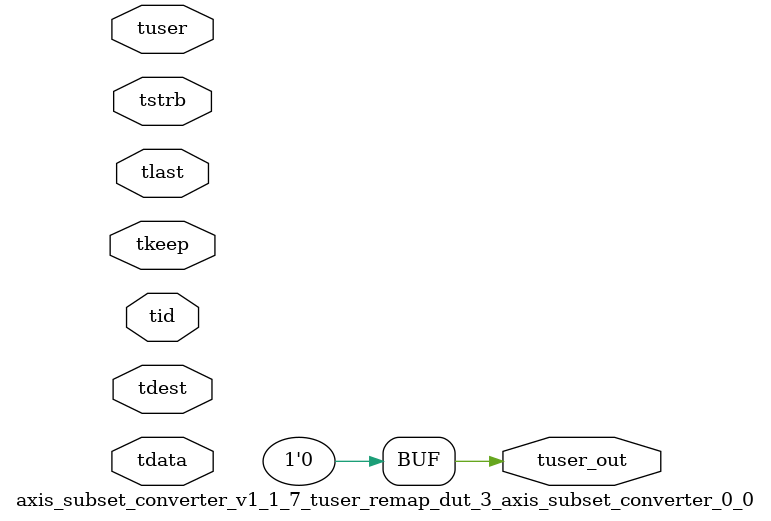
<source format=v>


`timescale 1ps/1ps

module axis_subset_converter_v1_1_7_tuser_remap_dut_3_axis_subset_converter_0_0 #
(
parameter C_S_AXIS_TUSER_WIDTH = 1,
parameter C_S_AXIS_TDATA_WIDTH = 32,
parameter C_S_AXIS_TID_WIDTH   = 0,
parameter C_S_AXIS_TDEST_WIDTH = 0,
parameter C_M_AXIS_TUSER_WIDTH = 1
)
(
input  [(C_S_AXIS_TUSER_WIDTH == 0 ? 1 : C_S_AXIS_TUSER_WIDTH)-1:0     ] tuser,
input  [(C_S_AXIS_TDATA_WIDTH == 0 ? 1 : C_S_AXIS_TDATA_WIDTH)-1:0     ] tdata,
input  [(C_S_AXIS_TID_WIDTH   == 0 ? 1 : C_S_AXIS_TID_WIDTH)-1:0       ] tid,
input  [(C_S_AXIS_TDEST_WIDTH == 0 ? 1 : C_S_AXIS_TDEST_WIDTH)-1:0     ] tdest,
input  [(C_S_AXIS_TDATA_WIDTH/8)-1:0 ] tkeep,
input  [(C_S_AXIS_TDATA_WIDTH/8)-1:0 ] tstrb,
input                                                                    tlast,
output [C_M_AXIS_TUSER_WIDTH-1:0] tuser_out
);

assign tuser_out = {1'b0};

endmodule


</source>
